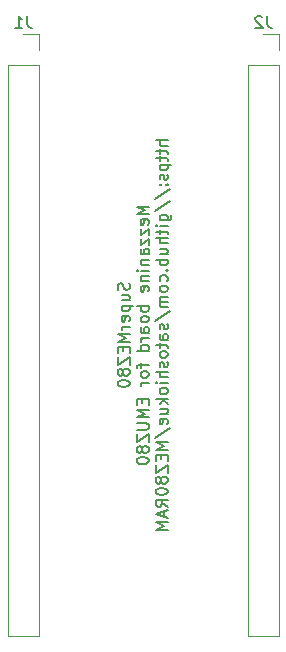
<source format=gbo>
G04 #@! TF.GenerationSoftware,KiCad,Pcbnew,(6.0.9-0)*
G04 #@! TF.CreationDate,2022-11-14T21:54:49+09:00*
G04 #@! TF.ProjectId,MEZ80RAM,4d455a38-3052-4414-9d2e-6b696361645f,A*
G04 #@! TF.SameCoordinates,PX5f5e100PY8f0d180*
G04 #@! TF.FileFunction,Legend,Bot*
G04 #@! TF.FilePolarity,Positive*
%FSLAX46Y46*%
G04 Gerber Fmt 4.6, Leading zero omitted, Abs format (unit mm)*
G04 Created by KiCad (PCBNEW (6.0.9-0)) date 2022-11-14 21:54:49*
%MOMM*%
%LPD*%
G01*
G04 APERTURE LIST*
%ADD10C,0.150000*%
%ADD11C,0.120000*%
G04 APERTURE END LIST*
D10*
X14034761Y31050953D02*
X14082380Y30908096D01*
X14082380Y30670000D01*
X14034761Y30574762D01*
X13987142Y30527143D01*
X13891904Y30479524D01*
X13796666Y30479524D01*
X13701428Y30527143D01*
X13653809Y30574762D01*
X13606190Y30670000D01*
X13558571Y30860477D01*
X13510952Y30955715D01*
X13463333Y31003334D01*
X13368095Y31050953D01*
X13272857Y31050953D01*
X13177619Y31003334D01*
X13130000Y30955715D01*
X13082380Y30860477D01*
X13082380Y30622381D01*
X13130000Y30479524D01*
X13415714Y29622381D02*
X14082380Y29622381D01*
X13415714Y30050953D02*
X13939523Y30050953D01*
X14034761Y30003334D01*
X14082380Y29908096D01*
X14082380Y29765239D01*
X14034761Y29670000D01*
X13987142Y29622381D01*
X13415714Y29146191D02*
X14415714Y29146191D01*
X13463333Y29146191D02*
X13415714Y29050953D01*
X13415714Y28860477D01*
X13463333Y28765239D01*
X13510952Y28717620D01*
X13606190Y28670000D01*
X13891904Y28670000D01*
X13987142Y28717620D01*
X14034761Y28765239D01*
X14082380Y28860477D01*
X14082380Y29050953D01*
X14034761Y29146191D01*
X14034761Y27860477D02*
X14082380Y27955715D01*
X14082380Y28146191D01*
X14034761Y28241429D01*
X13939523Y28289048D01*
X13558571Y28289048D01*
X13463333Y28241429D01*
X13415714Y28146191D01*
X13415714Y27955715D01*
X13463333Y27860477D01*
X13558571Y27812858D01*
X13653809Y27812858D01*
X13749047Y28289048D01*
X14082380Y27384286D02*
X13415714Y27384286D01*
X13606190Y27384286D02*
X13510952Y27336667D01*
X13463333Y27289048D01*
X13415714Y27193810D01*
X13415714Y27098572D01*
X14082380Y26765239D02*
X13082380Y26765239D01*
X13796666Y26431905D01*
X13082380Y26098572D01*
X14082380Y26098572D01*
X13558571Y25622381D02*
X13558571Y25289048D01*
X14082380Y25146191D02*
X14082380Y25622381D01*
X13082380Y25622381D01*
X13082380Y25146191D01*
X13082380Y24812858D02*
X13082380Y24146191D01*
X14082380Y24812858D01*
X14082380Y24146191D01*
X13510952Y23622381D02*
X13463333Y23717620D01*
X13415714Y23765239D01*
X13320476Y23812858D01*
X13272857Y23812858D01*
X13177619Y23765239D01*
X13130000Y23717620D01*
X13082380Y23622381D01*
X13082380Y23431905D01*
X13130000Y23336667D01*
X13177619Y23289048D01*
X13272857Y23241429D01*
X13320476Y23241429D01*
X13415714Y23289048D01*
X13463333Y23336667D01*
X13510952Y23431905D01*
X13510952Y23622381D01*
X13558571Y23717620D01*
X13606190Y23765239D01*
X13701428Y23812858D01*
X13891904Y23812858D01*
X13987142Y23765239D01*
X14034761Y23717620D01*
X14082380Y23622381D01*
X14082380Y23431905D01*
X14034761Y23336667D01*
X13987142Y23289048D01*
X13891904Y23241429D01*
X13701428Y23241429D01*
X13606190Y23289048D01*
X13558571Y23336667D01*
X13510952Y23431905D01*
X13082380Y22622381D02*
X13082380Y22527143D01*
X13130000Y22431905D01*
X13177619Y22384286D01*
X13272857Y22336667D01*
X13463333Y22289048D01*
X13701428Y22289048D01*
X13891904Y22336667D01*
X13987142Y22384286D01*
X14034761Y22431905D01*
X14082380Y22527143D01*
X14082380Y22622381D01*
X14034761Y22717620D01*
X13987142Y22765239D01*
X13891904Y22812858D01*
X13701428Y22860477D01*
X13463333Y22860477D01*
X13272857Y22812858D01*
X13177619Y22765239D01*
X13130000Y22717620D01*
X13082380Y22622381D01*
X15692380Y37550953D02*
X14692380Y37550953D01*
X15406666Y37217620D01*
X14692380Y36884286D01*
X15692380Y36884286D01*
X15644761Y36027143D02*
X15692380Y36122381D01*
X15692380Y36312858D01*
X15644761Y36408096D01*
X15549523Y36455715D01*
X15168571Y36455715D01*
X15073333Y36408096D01*
X15025714Y36312858D01*
X15025714Y36122381D01*
X15073333Y36027143D01*
X15168571Y35979524D01*
X15263809Y35979524D01*
X15359047Y36455715D01*
X15025714Y35646191D02*
X15025714Y35122381D01*
X15692380Y35646191D01*
X15692380Y35122381D01*
X15025714Y34836667D02*
X15025714Y34312858D01*
X15692380Y34836667D01*
X15692380Y34312858D01*
X15692380Y33503334D02*
X15168571Y33503334D01*
X15073333Y33550953D01*
X15025714Y33646191D01*
X15025714Y33836667D01*
X15073333Y33931905D01*
X15644761Y33503334D02*
X15692380Y33598572D01*
X15692380Y33836667D01*
X15644761Y33931905D01*
X15549523Y33979524D01*
X15454285Y33979524D01*
X15359047Y33931905D01*
X15311428Y33836667D01*
X15311428Y33598572D01*
X15263809Y33503334D01*
X15025714Y33027143D02*
X15692380Y33027143D01*
X15120952Y33027143D02*
X15073333Y32979524D01*
X15025714Y32884286D01*
X15025714Y32741429D01*
X15073333Y32646191D01*
X15168571Y32598572D01*
X15692380Y32598572D01*
X15692380Y32122381D02*
X15025714Y32122381D01*
X14692380Y32122381D02*
X14740000Y32170000D01*
X14787619Y32122381D01*
X14740000Y32074762D01*
X14692380Y32122381D01*
X14787619Y32122381D01*
X15025714Y31646191D02*
X15692380Y31646191D01*
X15120952Y31646191D02*
X15073333Y31598572D01*
X15025714Y31503334D01*
X15025714Y31360477D01*
X15073333Y31265239D01*
X15168571Y31217620D01*
X15692380Y31217620D01*
X15644761Y30360477D02*
X15692380Y30455715D01*
X15692380Y30646191D01*
X15644761Y30741429D01*
X15549523Y30789048D01*
X15168571Y30789048D01*
X15073333Y30741429D01*
X15025714Y30646191D01*
X15025714Y30455715D01*
X15073333Y30360477D01*
X15168571Y30312858D01*
X15263809Y30312858D01*
X15359047Y30789048D01*
X15692380Y29122381D02*
X14692380Y29122381D01*
X15073333Y29122381D02*
X15025714Y29027143D01*
X15025714Y28836667D01*
X15073333Y28741429D01*
X15120952Y28693810D01*
X15216190Y28646191D01*
X15501904Y28646191D01*
X15597142Y28693810D01*
X15644761Y28741429D01*
X15692380Y28836667D01*
X15692380Y29027143D01*
X15644761Y29122381D01*
X15692380Y28074762D02*
X15644761Y28170000D01*
X15597142Y28217620D01*
X15501904Y28265239D01*
X15216190Y28265239D01*
X15120952Y28217620D01*
X15073333Y28170000D01*
X15025714Y28074762D01*
X15025714Y27931905D01*
X15073333Y27836667D01*
X15120952Y27789048D01*
X15216190Y27741429D01*
X15501904Y27741429D01*
X15597142Y27789048D01*
X15644761Y27836667D01*
X15692380Y27931905D01*
X15692380Y28074762D01*
X15692380Y26884286D02*
X15168571Y26884286D01*
X15073333Y26931905D01*
X15025714Y27027143D01*
X15025714Y27217620D01*
X15073333Y27312858D01*
X15644761Y26884286D02*
X15692380Y26979524D01*
X15692380Y27217620D01*
X15644761Y27312858D01*
X15549523Y27360477D01*
X15454285Y27360477D01*
X15359047Y27312858D01*
X15311428Y27217620D01*
X15311428Y26979524D01*
X15263809Y26884286D01*
X15692380Y26408096D02*
X15025714Y26408096D01*
X15216190Y26408096D02*
X15120952Y26360477D01*
X15073333Y26312858D01*
X15025714Y26217620D01*
X15025714Y26122381D01*
X15692380Y25360477D02*
X14692380Y25360477D01*
X15644761Y25360477D02*
X15692380Y25455715D01*
X15692380Y25646191D01*
X15644761Y25741429D01*
X15597142Y25789048D01*
X15501904Y25836667D01*
X15216190Y25836667D01*
X15120952Y25789048D01*
X15073333Y25741429D01*
X15025714Y25646191D01*
X15025714Y25455715D01*
X15073333Y25360477D01*
X15025714Y24265239D02*
X15025714Y23884286D01*
X15692380Y24122381D02*
X14835238Y24122381D01*
X14740000Y24074762D01*
X14692380Y23979524D01*
X14692380Y23884286D01*
X15692380Y23408096D02*
X15644761Y23503334D01*
X15597142Y23550953D01*
X15501904Y23598572D01*
X15216190Y23598572D01*
X15120952Y23550953D01*
X15073333Y23503334D01*
X15025714Y23408096D01*
X15025714Y23265239D01*
X15073333Y23170000D01*
X15120952Y23122381D01*
X15216190Y23074762D01*
X15501904Y23074762D01*
X15597142Y23122381D01*
X15644761Y23170000D01*
X15692380Y23265239D01*
X15692380Y23408096D01*
X15692380Y22646191D02*
X15025714Y22646191D01*
X15216190Y22646191D02*
X15120952Y22598572D01*
X15073333Y22550953D01*
X15025714Y22455715D01*
X15025714Y22360477D01*
X15168571Y21265239D02*
X15168571Y20931905D01*
X15692380Y20789048D02*
X15692380Y21265239D01*
X14692380Y21265239D01*
X14692380Y20789048D01*
X15692380Y20360477D02*
X14692380Y20360477D01*
X15406666Y20027143D01*
X14692380Y19693810D01*
X15692380Y19693810D01*
X14692380Y19217620D02*
X15501904Y19217620D01*
X15597142Y19170000D01*
X15644761Y19122381D01*
X15692380Y19027143D01*
X15692380Y18836667D01*
X15644761Y18741429D01*
X15597142Y18693810D01*
X15501904Y18646191D01*
X14692380Y18646191D01*
X14692380Y18265239D02*
X14692380Y17598572D01*
X15692380Y18265239D01*
X15692380Y17598572D01*
X15120952Y17074762D02*
X15073333Y17170000D01*
X15025714Y17217620D01*
X14930476Y17265239D01*
X14882857Y17265239D01*
X14787619Y17217620D01*
X14740000Y17170000D01*
X14692380Y17074762D01*
X14692380Y16884286D01*
X14740000Y16789048D01*
X14787619Y16741429D01*
X14882857Y16693810D01*
X14930476Y16693810D01*
X15025714Y16741429D01*
X15073333Y16789048D01*
X15120952Y16884286D01*
X15120952Y17074762D01*
X15168571Y17170000D01*
X15216190Y17217620D01*
X15311428Y17265239D01*
X15501904Y17265239D01*
X15597142Y17217620D01*
X15644761Y17170000D01*
X15692380Y17074762D01*
X15692380Y16884286D01*
X15644761Y16789048D01*
X15597142Y16741429D01*
X15501904Y16693810D01*
X15311428Y16693810D01*
X15216190Y16741429D01*
X15168571Y16789048D01*
X15120952Y16884286D01*
X14692380Y16074762D02*
X14692380Y15979524D01*
X14740000Y15884286D01*
X14787619Y15836667D01*
X14882857Y15789048D01*
X15073333Y15741429D01*
X15311428Y15741429D01*
X15501904Y15789048D01*
X15597142Y15836667D01*
X15644761Y15884286D01*
X15692380Y15979524D01*
X15692380Y16074762D01*
X15644761Y16170000D01*
X15597142Y16217620D01*
X15501904Y16265239D01*
X15311428Y16312858D01*
X15073333Y16312858D01*
X14882857Y16265239D01*
X14787619Y16217620D01*
X14740000Y16170000D01*
X14692380Y16074762D01*
X17302380Y43146191D02*
X16302380Y43146191D01*
X17302380Y42717620D02*
X16778571Y42717620D01*
X16683333Y42765239D01*
X16635714Y42860477D01*
X16635714Y43003334D01*
X16683333Y43098572D01*
X16730952Y43146191D01*
X16635714Y42384286D02*
X16635714Y42003334D01*
X16302380Y42241429D02*
X17159523Y42241429D01*
X17254761Y42193810D01*
X17302380Y42098572D01*
X17302380Y42003334D01*
X16635714Y41812858D02*
X16635714Y41431905D01*
X16302380Y41670000D02*
X17159523Y41670000D01*
X17254761Y41622381D01*
X17302380Y41527143D01*
X17302380Y41431905D01*
X16635714Y41098572D02*
X17635714Y41098572D01*
X16683333Y41098572D02*
X16635714Y41003334D01*
X16635714Y40812858D01*
X16683333Y40717620D01*
X16730952Y40670000D01*
X16826190Y40622381D01*
X17111904Y40622381D01*
X17207142Y40670000D01*
X17254761Y40717620D01*
X17302380Y40812858D01*
X17302380Y41003334D01*
X17254761Y41098572D01*
X17254761Y40241429D02*
X17302380Y40146191D01*
X17302380Y39955715D01*
X17254761Y39860477D01*
X17159523Y39812858D01*
X17111904Y39812858D01*
X17016666Y39860477D01*
X16969047Y39955715D01*
X16969047Y40098572D01*
X16921428Y40193810D01*
X16826190Y40241429D01*
X16778571Y40241429D01*
X16683333Y40193810D01*
X16635714Y40098572D01*
X16635714Y39955715D01*
X16683333Y39860477D01*
X17207142Y39384286D02*
X17254761Y39336667D01*
X17302380Y39384286D01*
X17254761Y39431905D01*
X17207142Y39384286D01*
X17302380Y39384286D01*
X16683333Y39384286D02*
X16730952Y39336667D01*
X16778571Y39384286D01*
X16730952Y39431905D01*
X16683333Y39384286D01*
X16778571Y39384286D01*
X16254761Y38193810D02*
X17540476Y39050953D01*
X16254761Y37146191D02*
X17540476Y38003334D01*
X16635714Y36384286D02*
X17445238Y36384286D01*
X17540476Y36431905D01*
X17588095Y36479524D01*
X17635714Y36574762D01*
X17635714Y36717620D01*
X17588095Y36812858D01*
X17254761Y36384286D02*
X17302380Y36479524D01*
X17302380Y36670000D01*
X17254761Y36765239D01*
X17207142Y36812858D01*
X17111904Y36860477D01*
X16826190Y36860477D01*
X16730952Y36812858D01*
X16683333Y36765239D01*
X16635714Y36670000D01*
X16635714Y36479524D01*
X16683333Y36384286D01*
X17302380Y35908096D02*
X16635714Y35908096D01*
X16302380Y35908096D02*
X16350000Y35955715D01*
X16397619Y35908096D01*
X16350000Y35860477D01*
X16302380Y35908096D01*
X16397619Y35908096D01*
X16635714Y35574762D02*
X16635714Y35193810D01*
X16302380Y35431905D02*
X17159523Y35431905D01*
X17254761Y35384286D01*
X17302380Y35289048D01*
X17302380Y35193810D01*
X17302380Y34860477D02*
X16302380Y34860477D01*
X17302380Y34431905D02*
X16778571Y34431905D01*
X16683333Y34479524D01*
X16635714Y34574762D01*
X16635714Y34717620D01*
X16683333Y34812858D01*
X16730952Y34860477D01*
X16635714Y33527143D02*
X17302380Y33527143D01*
X16635714Y33955715D02*
X17159523Y33955715D01*
X17254761Y33908096D01*
X17302380Y33812858D01*
X17302380Y33670000D01*
X17254761Y33574762D01*
X17207142Y33527143D01*
X17302380Y33050953D02*
X16302380Y33050953D01*
X16683333Y33050953D02*
X16635714Y32955715D01*
X16635714Y32765239D01*
X16683333Y32670000D01*
X16730952Y32622381D01*
X16826190Y32574762D01*
X17111904Y32574762D01*
X17207142Y32622381D01*
X17254761Y32670000D01*
X17302380Y32765239D01*
X17302380Y32955715D01*
X17254761Y33050953D01*
X17207142Y32146191D02*
X17254761Y32098572D01*
X17302380Y32146191D01*
X17254761Y32193810D01*
X17207142Y32146191D01*
X17302380Y32146191D01*
X17254761Y31241429D02*
X17302380Y31336667D01*
X17302380Y31527143D01*
X17254761Y31622381D01*
X17207142Y31670000D01*
X17111904Y31717620D01*
X16826190Y31717620D01*
X16730952Y31670000D01*
X16683333Y31622381D01*
X16635714Y31527143D01*
X16635714Y31336667D01*
X16683333Y31241429D01*
X17302380Y30670000D02*
X17254761Y30765239D01*
X17207142Y30812858D01*
X17111904Y30860477D01*
X16826190Y30860477D01*
X16730952Y30812858D01*
X16683333Y30765239D01*
X16635714Y30670000D01*
X16635714Y30527143D01*
X16683333Y30431905D01*
X16730952Y30384286D01*
X16826190Y30336667D01*
X17111904Y30336667D01*
X17207142Y30384286D01*
X17254761Y30431905D01*
X17302380Y30527143D01*
X17302380Y30670000D01*
X17302380Y29908096D02*
X16635714Y29908096D01*
X16730952Y29908096D02*
X16683333Y29860477D01*
X16635714Y29765239D01*
X16635714Y29622381D01*
X16683333Y29527143D01*
X16778571Y29479524D01*
X17302380Y29479524D01*
X16778571Y29479524D02*
X16683333Y29431905D01*
X16635714Y29336667D01*
X16635714Y29193810D01*
X16683333Y29098572D01*
X16778571Y29050953D01*
X17302380Y29050953D01*
X16254761Y27860477D02*
X17540476Y28717620D01*
X17254761Y27574762D02*
X17302380Y27479524D01*
X17302380Y27289048D01*
X17254761Y27193810D01*
X17159523Y27146191D01*
X17111904Y27146191D01*
X17016666Y27193810D01*
X16969047Y27289048D01*
X16969047Y27431905D01*
X16921428Y27527143D01*
X16826190Y27574762D01*
X16778571Y27574762D01*
X16683333Y27527143D01*
X16635714Y27431905D01*
X16635714Y27289048D01*
X16683333Y27193810D01*
X17302380Y26289048D02*
X16778571Y26289048D01*
X16683333Y26336667D01*
X16635714Y26431905D01*
X16635714Y26622381D01*
X16683333Y26717620D01*
X17254761Y26289048D02*
X17302380Y26384286D01*
X17302380Y26622381D01*
X17254761Y26717620D01*
X17159523Y26765239D01*
X17064285Y26765239D01*
X16969047Y26717620D01*
X16921428Y26622381D01*
X16921428Y26384286D01*
X16873809Y26289048D01*
X16635714Y25955715D02*
X16635714Y25574762D01*
X16302380Y25812858D02*
X17159523Y25812858D01*
X17254761Y25765239D01*
X17302380Y25670001D01*
X17302380Y25574762D01*
X17302380Y25098572D02*
X17254761Y25193810D01*
X17207142Y25241429D01*
X17111904Y25289048D01*
X16826190Y25289048D01*
X16730952Y25241429D01*
X16683333Y25193810D01*
X16635714Y25098572D01*
X16635714Y24955715D01*
X16683333Y24860477D01*
X16730952Y24812858D01*
X16826190Y24765239D01*
X17111904Y24765239D01*
X17207142Y24812858D01*
X17254761Y24860477D01*
X17302380Y24955715D01*
X17302380Y25098572D01*
X17254761Y24384286D02*
X17302380Y24289048D01*
X17302380Y24098572D01*
X17254761Y24003334D01*
X17159523Y23955715D01*
X17111904Y23955715D01*
X17016666Y24003334D01*
X16969047Y24098572D01*
X16969047Y24241429D01*
X16921428Y24336667D01*
X16826190Y24384286D01*
X16778571Y24384286D01*
X16683333Y24336667D01*
X16635714Y24241429D01*
X16635714Y24098572D01*
X16683333Y24003334D01*
X17302380Y23527143D02*
X16302380Y23527143D01*
X17302380Y23098572D02*
X16778571Y23098572D01*
X16683333Y23146191D01*
X16635714Y23241429D01*
X16635714Y23384286D01*
X16683333Y23479524D01*
X16730952Y23527143D01*
X17302380Y22622381D02*
X16635714Y22622381D01*
X16302380Y22622381D02*
X16350000Y22670001D01*
X16397619Y22622381D01*
X16350000Y22574762D01*
X16302380Y22622381D01*
X16397619Y22622381D01*
X17302380Y22003334D02*
X17254761Y22098572D01*
X17207142Y22146191D01*
X17111904Y22193810D01*
X16826190Y22193810D01*
X16730952Y22146191D01*
X16683333Y22098572D01*
X16635714Y22003334D01*
X16635714Y21860477D01*
X16683333Y21765239D01*
X16730952Y21717620D01*
X16826190Y21670001D01*
X17111904Y21670001D01*
X17207142Y21717620D01*
X17254761Y21765239D01*
X17302380Y21860477D01*
X17302380Y22003334D01*
X17302380Y21241429D02*
X16302380Y21241429D01*
X16921428Y21146191D02*
X17302380Y20860477D01*
X16635714Y20860477D02*
X17016666Y21241429D01*
X16635714Y20003334D02*
X17302380Y20003334D01*
X16635714Y20431905D02*
X17159523Y20431905D01*
X17254761Y20384286D01*
X17302380Y20289048D01*
X17302380Y20146191D01*
X17254761Y20050953D01*
X17207142Y20003334D01*
X17254761Y19146191D02*
X17302380Y19241429D01*
X17302380Y19431905D01*
X17254761Y19527143D01*
X17159523Y19574762D01*
X16778571Y19574762D01*
X16683333Y19527143D01*
X16635714Y19431905D01*
X16635714Y19241429D01*
X16683333Y19146191D01*
X16778571Y19098572D01*
X16873809Y19098572D01*
X16969047Y19574762D01*
X16254761Y17955715D02*
X17540476Y18812858D01*
X17302380Y17622381D02*
X16302380Y17622381D01*
X17016666Y17289048D01*
X16302380Y16955715D01*
X17302380Y16955715D01*
X16778571Y16479524D02*
X16778571Y16146191D01*
X17302380Y16003334D02*
X17302380Y16479524D01*
X16302380Y16479524D01*
X16302380Y16003334D01*
X16302380Y15670000D02*
X16302380Y15003334D01*
X17302380Y15670000D01*
X17302380Y15003334D01*
X16730952Y14479524D02*
X16683333Y14574762D01*
X16635714Y14622381D01*
X16540476Y14670000D01*
X16492857Y14670000D01*
X16397619Y14622381D01*
X16350000Y14574762D01*
X16302380Y14479524D01*
X16302380Y14289048D01*
X16350000Y14193810D01*
X16397619Y14146191D01*
X16492857Y14098572D01*
X16540476Y14098572D01*
X16635714Y14146191D01*
X16683333Y14193810D01*
X16730952Y14289048D01*
X16730952Y14479524D01*
X16778571Y14574762D01*
X16826190Y14622381D01*
X16921428Y14670000D01*
X17111904Y14670000D01*
X17207142Y14622381D01*
X17254761Y14574762D01*
X17302380Y14479524D01*
X17302380Y14289048D01*
X17254761Y14193810D01*
X17207142Y14146191D01*
X17111904Y14098572D01*
X16921428Y14098572D01*
X16826190Y14146191D01*
X16778571Y14193810D01*
X16730952Y14289048D01*
X16302380Y13479524D02*
X16302380Y13384286D01*
X16350000Y13289048D01*
X16397619Y13241429D01*
X16492857Y13193810D01*
X16683333Y13146191D01*
X16921428Y13146191D01*
X17111904Y13193810D01*
X17207142Y13241429D01*
X17254761Y13289048D01*
X17302380Y13384286D01*
X17302380Y13479524D01*
X17254761Y13574762D01*
X17207142Y13622381D01*
X17111904Y13670000D01*
X16921428Y13717620D01*
X16683333Y13717620D01*
X16492857Y13670000D01*
X16397619Y13622381D01*
X16350000Y13574762D01*
X16302380Y13479524D01*
X17302380Y12146191D02*
X16826190Y12479524D01*
X17302380Y12717620D02*
X16302380Y12717620D01*
X16302380Y12336667D01*
X16350000Y12241429D01*
X16397619Y12193810D01*
X16492857Y12146191D01*
X16635714Y12146191D01*
X16730952Y12193810D01*
X16778571Y12241429D01*
X16826190Y12336667D01*
X16826190Y12717620D01*
X17016666Y11765239D02*
X17016666Y11289048D01*
X17302380Y11860477D02*
X16302380Y11527143D01*
X17302380Y11193810D01*
X17302380Y10860477D02*
X16302380Y10860477D01*
X17016666Y10527143D01*
X16302380Y10193810D01*
X17302380Y10193810D01*
X5418333Y53682620D02*
X5418333Y52968334D01*
X5465952Y52825477D01*
X5561190Y52730239D01*
X5704047Y52682620D01*
X5799285Y52682620D01*
X4418333Y52682620D02*
X4989761Y52682620D01*
X4704047Y52682620D02*
X4704047Y53682620D01*
X4799285Y53539762D01*
X4894523Y53444524D01*
X4989761Y53396905D01*
X25738333Y53677620D02*
X25738333Y52963334D01*
X25785952Y52820477D01*
X25881190Y52725239D01*
X26024047Y52677620D01*
X26119285Y52677620D01*
X25309761Y53582381D02*
X25262142Y53630000D01*
X25166904Y53677620D01*
X24928809Y53677620D01*
X24833571Y53630000D01*
X24785952Y53582381D01*
X24738333Y53487143D01*
X24738333Y53391905D01*
X24785952Y53249048D01*
X25357380Y52677620D01*
X24738333Y52677620D01*
D11*
X6415000Y49535000D02*
X3755000Y49535000D01*
X6415000Y52135000D02*
X5085000Y52135000D01*
X6415000Y50805000D02*
X6415000Y52135000D01*
X6415000Y1215000D02*
X3755000Y1215000D01*
X6415000Y49535000D02*
X6415000Y1215000D01*
X3755000Y49535000D02*
X3755000Y1215000D01*
X26735000Y49530000D02*
X26735000Y1210000D01*
X26735000Y52130000D02*
X25405000Y52130000D01*
X26735000Y50800000D02*
X26735000Y52130000D01*
X26735000Y49530000D02*
X24075000Y49530000D01*
X26735000Y1210000D02*
X24075000Y1210000D01*
X24075000Y49530000D02*
X24075000Y1210000D01*
M02*

</source>
